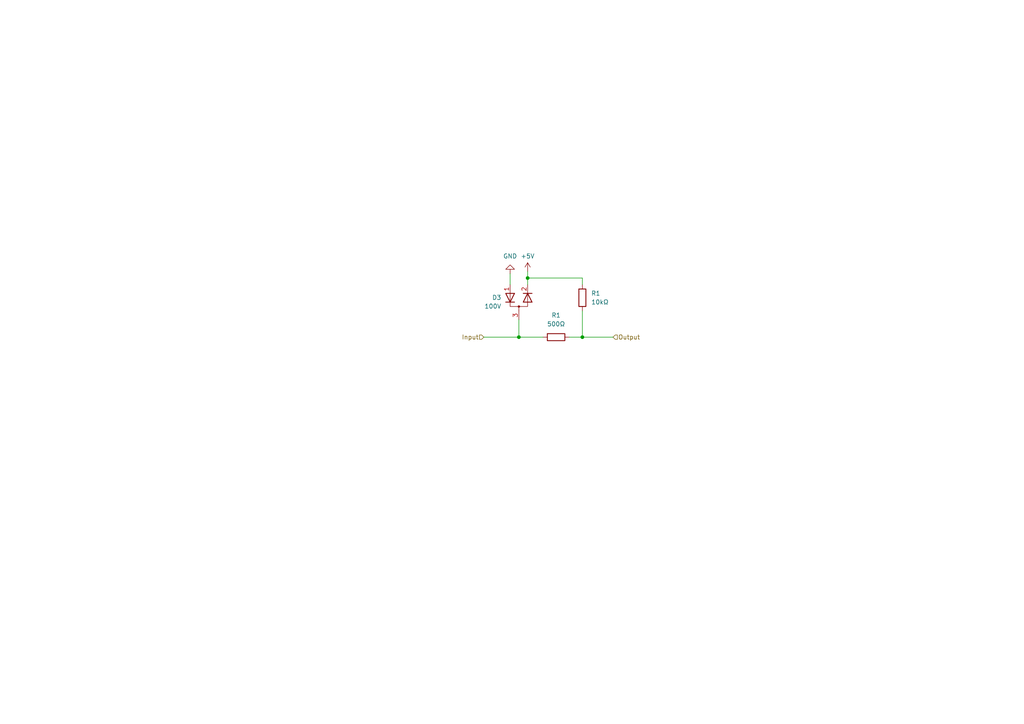
<source format=kicad_sch>
(kicad_sch (version 20230121) (generator eeschema)
  (paper "A4")
  (lib_symbols
    (symbol "Device:D_Dual_Series_AKC_Parallel" (pin_names (offset 0.762) hide)
      (property "Reference" "D" (at 0 5.08 0))
      (property "Value" "D_Dual_Series_AKC_Parallel" (at 0 -5.08 0))
      (symbol "D_Dual_Series_AKC_Parallel_0_0"
        (polyline (pts (xy 0 -1.27) (xy 0 -3.81)) (stroke (width 0.254)))
        (polyline (pts (xy 2.54 3.81) (xy 2.54 1.27)) (stroke (width 0.254)))
      )
      (symbol "D_Dual_Series_AKC_Parallel_0_1"
        (circle (center -1.27 0) (radius 0.254) (fill (type outline)))
        (polyline (pts (xy -1.27 0) (xy -2.54 0)))
        (polyline (pts (xy 2.54 2.54) (xy -1.27 2.54) (xy -1.27 -2.54) (xy 2.54 -2.54)))
        (polyline (pts (xy 0 3.81) (xy 2.54 2.54) (xy 0 1.27) (xy 0 3.81) (xy 0 3.81) (xy 0 3.81)) (stroke (width 0.254)))
        (polyline (pts (xy 2.54 -1.27) (xy 0 -2.54) (xy 2.54 -3.81) (xy 2.54 -1.27) (xy 2.54 -1.27) (xy 2.54 -1.27)) (stroke (width 0.254)))
        (pin passive line (at 5.08 -2.54 180) (length 2.54) (name "K") (number "1"))
        (pin passive line (at 5.08 2.54 180) (length 2.54) (name "K") (number "2"))
        (pin passive line (at -5.08 0 0) (length 2.54) (name "A") (number "3"))
      )
    )
    (symbol "Device:R" (pin_numbers hide) (pin_names (offset 0))
      (property "Reference" "R" (at 2.032 0 90))
      (property "Value" "R" (at 0 0 90))
      (symbol "R_0_1"
        (rectangle (start -1.016 -2.54) (end 1.016 2.54) (stroke (width 0.254)))
      )
      (symbol "R_1_1"
        (pin passive line (at 0 3.81 270) (length 1.27) (name "~") (number "1"))
        (pin passive line (at 0 -3.81 90) (length 1.27) (name "~") (number "2"))
      )
    )
    (symbol "power:+5V" (power) (pin_names (offset 0))
      (property "Value" "+5V" (at 0 3.556 0))
      (symbol "+5V_0_1"
        (polyline (pts (xy -0.762 1.27) (xy 0 2.54)))
        (polyline (pts (xy 0 0) (xy 0 2.54)))
        (polyline (pts (xy 0 2.54) (xy 0.762 1.27)))
      )
      (symbol "+5V_1_1"
        (pin power_in line (at 0 0 90) (length 0) hide (name "+5V") (number "1"))
      )
    )
    (symbol "power:GND" (power) (pin_names (offset 0))
      (property "Value" "GND" (at 0 -3.81 0))
      (symbol "GND_0_1"
        (polyline (pts (xy 0 0) (xy 0 -1.27) (xy 1.27 -1.27) (xy 0 -2.54) (xy -1.27 -1.27) (xy 0 -1.27)))
      )
      (symbol "GND_1_1"
        (pin power_in line (at 0 0 270) (length 0) hide (name "GND") (number "1"))
      )
    )
  )
  (junction (at 168.91 97.79))
  (junction (at 150.495 97.79))
  (junction (at 153.035 80.645))
  (wire (pts (xy 153.035 80.645) (xy 168.91 80.645)))
  (wire (pts (xy 153.035 80.645) (xy 153.035 82.55)))
  (wire (pts (xy 168.91 97.79) (xy 177.8 97.79)))
  (wire (pts (xy 150.495 97.79) (xy 157.48 97.79)))
  (wire (pts (xy 153.035 78.74) (xy 153.035 80.645)))
  (wire (pts (xy 150.495 92.71) (xy 150.495 97.79)))
  (wire (pts (xy 147.955 79.375) (xy 147.955 82.55)))
  (wire (pts (xy 140.335 97.79) (xy 150.495 97.79)))
  (wire (pts (xy 168.91 80.645) (xy 168.91 82.55)))
  (wire (pts (xy 168.91 90.17) (xy 168.91 97.79)))
  (wire (pts (xy 165.1 97.79) (xy 168.91 97.79)))
  (hierarchical_label "Output" (shape input) (at 177.8 97.79 0))
  (hierarchical_label "Input" (shape input) (at 140.335 97.79 180))
  (symbol (lib_id "Device:D_Dual_Series_AKC_Parallel") (at 150.495 87.63 270) (mirror x) (unit 1)
    (property "Reference" "D3" (at 145.415 86.2965 90) (effects (justify right)))
    (property "Value" "100V" (at 145.415 88.8365 90) (effects (justify right)))
    (property "Footprint" "Package_TO_SOT_SMD:SOT-23-3" (effects hide))
    (instances (project "ValveServoI2C" (path "" (reference "D3") (unit 1)) (path "" (reference "D4") (unit 1)) (path "" (reference "D7") (unit 1)) (path "" (reference "D8") (unit 1)) (path "" (reference "D11") (unit 1)) (path "" (reference "D12") (unit 1)) (path "" (reference "D15") (unit 1)) (path "" (reference "D16") (unit 1))))
  )
  (symbol (lib_id "Device:R") (at 168.91 86.36 180) (unit 1)
    (property "Reference" "R1" (at 171.45 85.09 0) (effects (justify right)))
    (property "Value" "10kΩ" (at 171.45 87.63 0) (effects (justify right)))
    (property "Footprint" "Resistor_SMD:R_0805_2012Metric" (effects hide))
    (instances (project "ValveServoI2C" (path "" (reference "R1") (unit 1)) (path "" (reference "R12") (unit 1)) (path "" (reference "R14") (unit 1)) (path "" (reference "R22") (unit 1)) (path "" (reference "R20") (unit 1)) (path "" (reference "R28") (unit 1)) (path "" (reference "R30") (unit 1)) (path "" (reference "R36") (unit 1)) (path "" (reference "R38") (unit 1))))
  )
  (symbol (lib_id "power:+5V") (at 153.035 78.74 0) (mirror y) (unit 1)
    (property "Reference" "#PWR05" (effects hide))
    (property "Value" "+5V" (at 153.035 74.295 0))
    (instances (project "ValveServoI2C" (path "" (reference "#PWR05") (unit 1)) (path "" (reference "#PWR015") (unit 1)) (path "" (reference "#PWR017") (unit 1)) (path "" (reference "#PWR028") (unit 1)) (path "" (reference "#PWR026") (unit 1)) (path "" (reference "#PWR037") (unit 1)) (path "" (reference "#PWR039") (unit 1)) (path "" (reference "#PWR048") (unit 1)) (path "" (reference "#PWR050") (unit 1))))
  )
  (symbol (lib_id "power:GND") (at 147.955 79.375 0) (mirror x) (unit 1)
    (property "Reference" "#PWR01" (effects hide))
    (property "Value" "GND" (at 147.955 74.295 0))
    (instances (project "ValveServoI2C" (path "" (reference "#PWR01") (unit 1)) (path "" (reference "#PWR014") (unit 1)) (path "" (reference "#PWR016") (unit 1)) (path "" (reference "#PWR027") (unit 1)) (path "" (reference "#PWR025") (unit 1)) (path "" (reference "#PWR036") (unit 1)) (path "" (reference "#PWR038") (unit 1)) (path "" (reference "#PWR047") (unit 1)) (path "" (reference "#PWR049") (unit 1))))
  )
  (symbol (lib_id "Device:R") (at 161.29 97.79 90) (unit 1)
    (property "Reference" "R1" (at 161.29 91.44 90))
    (property "Value" "500Ω" (at 161.29 93.98 90))
    (property "Footprint" "Resistor_SMD:R_0805_2012Metric" (effects hide))
    (instances (project "ValveServoI2C" (path "" (reference "R1") (unit 1)) (path "" (reference "R11") (unit 1)) (path "" (reference "R13") (unit 1)) (path "" (reference "R21") (unit 1)) (path "" (reference "R19") (unit 1)) (path "" (reference "R27") (unit 1)) (path "" (reference "R29") (unit 1)) (path "" (reference "R35") (unit 1)) (path "" (reference "R37") (unit 1))))
  )
)
</source>
